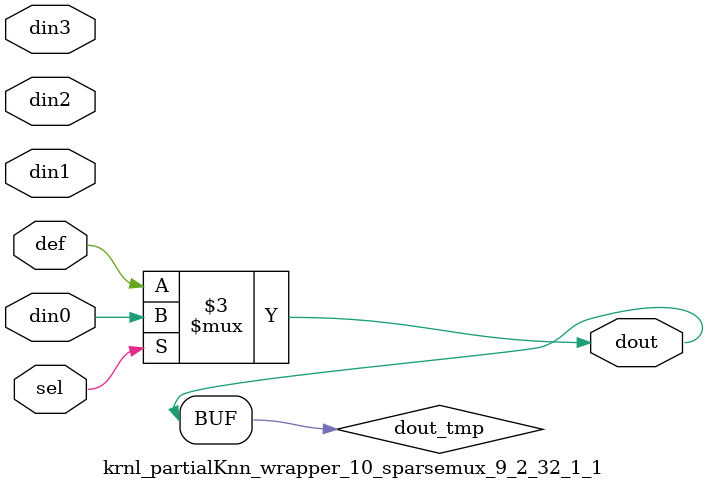
<source format=v>
`timescale 1 ns / 1 ps
module krnl_partialKnn_wrapper_10_sparsemux_9_2_32_1_1 (din0,din1,din2,din3,def,sel,dout);
parameter din0_WIDTH = 1;
parameter din1_WIDTH = 1;
parameter din2_WIDTH = 1;
parameter din3_WIDTH = 1;
parameter def_WIDTH = 1;
parameter sel_WIDTH = 1;
parameter dout_WIDTH = 1;
parameter [sel_WIDTH-1:0] CASE0 = 1;
parameter [sel_WIDTH-1:0] CASE1 = 1;
parameter [sel_WIDTH-1:0] CASE2 = 1;
parameter [sel_WIDTH-1:0] CASE3 = 1;
parameter ID = 1;
parameter NUM_STAGE = 1;
input [din0_WIDTH-1:0] din0;
input [din1_WIDTH-1:0] din1;
input [din2_WIDTH-1:0] din2;
input [din3_WIDTH-1:0] din3;
input [def_WIDTH-1:0] def;
input [sel_WIDTH-1:0] sel;
output [dout_WIDTH-1:0] dout;
reg [dout_WIDTH-1:0] dout_tmp;
always @ (*) begin
case (sel)
    
    CASE0 : dout_tmp = din0;
    
    CASE1 : dout_tmp = din1;
    
    CASE2 : dout_tmp = din2;
    
    CASE3 : dout_tmp = din3;
    
    default : dout_tmp = def;
endcase
end
assign dout = dout_tmp;
endmodule
</source>
